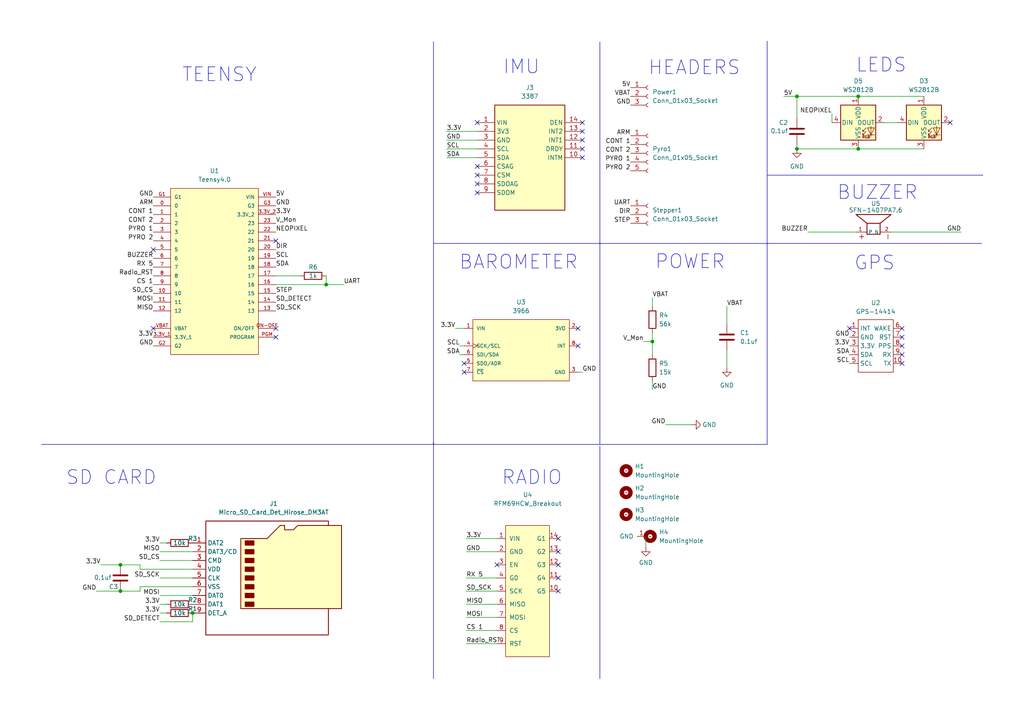
<source format=kicad_sch>
(kicad_sch (version 20230121) (generator eeschema)
  (paper "A4")
  (lib_symbols
    (symbol "3387:3387"
      (property "Reference" "J3" (at 15.24 7.62 0))
      (property "Value" "3387" (at 15.24 5.08 0))
      (symbol "3387_1_1"
        (rectangle (start 5.08 2.54) (end 25.4 -27.94) (stroke (width 0.254)) (fill (type background)))
        (pin passive line (at 0 -2.54 0) (length 5.08) (name "VIN") (number "1"))
        (pin passive line (at 30.48 -12.7 180) (length 5.08) (name "INTM") (number "10"))
        (pin passive line (at 30.48 -10.16 180) (length 5.08) (name "DRDY") (number "11"))
        (pin passive line (at 30.48 -7.62 180) (length 5.08) (name "INT1") (number "12"))
        (pin passive line (at 30.48 -5.08 180) (length 5.08) (name "INT2") (number "13"))
        (pin passive line (at 30.48 -2.54 180) (length 5.08) (name "DEN") (number "14"))
        (pin passive line (at 0 -5.08 0) (length 5.08) (name "3V3") (number "2"))
        (pin passive line (at 0 -7.62 0) (length 5.08) (name "GND") (number "3"))
        (pin passive line (at 0 -10.16 0) (length 5.08) (name "SCL") (number "4"))
        (pin passive line (at 0 -12.7 0) (length 5.08) (name "SDA") (number "5"))
        (pin passive line (at 0 -15.24 0) (length 5.08) (name "CSAG") (number "6"))
        (pin passive line (at 0 -17.78 0) (length 5.08) (name "CSM") (number "7"))
        (pin passive line (at 0 -20.32 0) (length 5.08) (name "SDOAG") (number "8"))
        (pin passive line (at 0 -22.86 0) (length 5.08) (name "SDOM") (number "9"))
      )
    )
    (symbol "BMP388:3966" (pin_names (offset 1.016))
      (property "Reference" "MD" (at 0 5.08 0))
      (property "Value" "3966" (at 0 7.62 0))
      (symbol "3966_1_1"
        (rectangle (start 5.08 2.54) (end 33.02 -15.24) (fill (type background)))
        (pin power_in line (at 2.54 0 0) (length 2.54) (name "VIN") (number "1"))
        (pin power_in line (at 35.56 0 180) (length 2.54) (name "3VO") (number "2"))
        (pin power_in line (at 35.56 -12.7 180) (length 2.54) (name "GND") (number "3"))
        (pin input clock (at 2.54 -5.08 0) (length 2.54) (name "SCK/SCL") (number "4"))
        (pin bidirectional line (at 2.54 -10.16 0) (length 2.54) (name "SDO/ADR") (number "5"))
        (pin bidirectional line (at 2.54 -7.62 0) (length 2.54) (name "SDI/SDA") (number "6"))
        (pin input line (at 2.54 -12.7 0) (length 2.54) (name "~{CS}") (number "7"))
        (pin output line (at 35.56 -5.08 180) (length 2.54) (name "INT") (number "8"))
      )
    )
    (symbol "Connector:Conn_01x03_Socket" (pin_names (offset 1.016) hide)
      (property "Reference" "J" (at 0 5.08 0))
      (property "Value" "Conn_01x03_Socket" (at 0 -5.08 0))
      (symbol "Conn_01x03_Socket_1_1"
        (arc (start 0 -2.032) (mid -0.5058 -2.54) (end 0 -3.048) (stroke (width 0.1524)))
        (polyline (pts (xy -1.27 -2.54) (xy -0.508 -2.54)) (stroke (width 0.1524)))
        (polyline (pts (xy -1.27 0) (xy -0.508 0)) (stroke (width 0.1524)))
        (polyline (pts (xy -1.27 2.54) (xy -0.508 2.54)) (stroke (width 0.1524)))
        (arc (start 0 0.508) (mid -0.5058 0) (end 0 -0.508) (stroke (width 0.1524)))
        (arc (start 0 3.048) (mid -0.5058 2.54) (end 0 2.032) (stroke (width 0.1524)))
        (pin passive line (at -5.08 2.54 0) (length 3.81) (name "Pin_1") (number "1"))
        (pin passive line (at -5.08 0 0) (length 3.81) (name "Pin_2") (number "2"))
        (pin passive line (at -5.08 -2.54 0) (length 3.81) (name "Pin_3") (number "3"))
      )
    )
    (symbol "Connector:Conn_01x05_Socket" (pin_names (offset 1.016) hide)
      (property "Reference" "J" (at 0 7.62 0))
      (property "Value" "Conn_01x05_Socket" (at 0 -7.62 0))
      (symbol "Conn_01x05_Socket_1_1"
        (arc (start 0 -4.572) (mid -0.5058 -5.08) (end 0 -5.588) (stroke (width 0.1524)))
        (arc (start 0 -2.032) (mid -0.5058 -2.54) (end 0 -3.048) (stroke (width 0.1524)))
        (polyline (pts (xy -1.27 -5.08) (xy -0.508 -5.08)) (stroke (width 0.1524)))
        (polyline (pts (xy -1.27 -2.54) (xy -0.508 -2.54)) (stroke (width 0.1524)))
        (polyline (pts (xy -1.27 0) (xy -0.508 0)) (stroke (width 0.1524)))
        (polyline (pts (xy -1.27 2.54) (xy -0.508 2.54)) (stroke (width 0.1524)))
        (polyline (pts (xy -1.27 5.08) (xy -0.508 5.08)) (stroke (width 0.1524)))
        (arc (start 0 0.508) (mid -0.5058 0) (end 0 -0.508) (stroke (width 0.1524)))
        (arc (start 0 3.048) (mid -0.5058 2.54) (end 0 2.032) (stroke (width 0.1524)))
        (arc (start 0 5.588) (mid -0.5058 5.08) (end 0 4.572) (stroke (width 0.1524)))
        (pin passive line (at -5.08 5.08 0) (length 3.81) (name "Pin_1") (number "1"))
        (pin passive line (at -5.08 2.54 0) (length 3.81) (name "Pin_2") (number "2"))
        (pin passive line (at -5.08 0 0) (length 3.81) (name "Pin_3") (number "3"))
        (pin passive line (at -5.08 -2.54 0) (length 3.81) (name "Pin_4") (number "4"))
        (pin passive line (at -5.08 -5.08 0) (length 3.81) (name "Pin_5") (number "5"))
      )
    )
    (symbol "Connector:Micro_SD_Card_Det_Hirose_DM3AT"
      (property "Reference" "J1" (at 0.635 21.59 0))
      (property "Value" "Micro_SD_Card_Det_Hirose_DM3AT" (at 0.635 19.05 0))
      (symbol "Micro_SD_Card_Det_Hirose_DM3AT_0_1"
        (rectangle (start -7.62 -6.985) (end -5.08 -8.255) (stroke (width 0.254)) (fill (type outline)))
        (rectangle (start -7.62 -4.445) (end -5.08 -5.715) (stroke (width 0.254)) (fill (type outline)))
        (rectangle (start -7.62 -1.905) (end -5.08 -3.175) (stroke (width 0.254)) (fill (type outline)))
        (rectangle (start -7.62 0.635) (end -5.08 -0.635) (stroke (width 0.254)) (fill (type outline)))
        (rectangle (start -7.62 3.175) (end -5.08 1.905) (stroke (width 0.254)) (fill (type outline)))
        (rectangle (start -7.62 5.715) (end -5.08 4.445) (stroke (width 0.254)) (fill (type outline)))
        (rectangle (start -7.62 8.255) (end -5.08 6.985) (stroke (width 0.254)) (fill (type outline)))
        (rectangle (start -7.62 10.795) (end -5.08 9.525) (stroke (width 0.254)) (fill (type outline)))
        (polyline (pts (xy 16.51 15.24) (xy 16.51 16.51) (xy -19.05 16.51) (xy -19.05 -16.51) (xy 16.51 -16.51) (xy 16.51 -8.89)) (stroke (width 0.254)))
        (polyline (pts (xy -8.89 -8.89) (xy -8.89 11.43) (xy -1.27 11.43) (xy 2.54 15.24) (xy 3.81 15.24) (xy 3.81 13.97) (xy 6.35 13.97) (xy 7.62 15.24) (xy 20.32 15.24) (xy 20.32 -8.89) (xy -8.89 -8.89)) (stroke (width 0.254)) (fill (type background)))
      )
      (symbol "Micro_SD_Card_Det_Hirose_DM3AT_1_1"
        (pin bidirectional line (at -22.86 10.16 0) (length 3.81) (name "DAT2") (number "1"))
        (pin bidirectional line (at -22.86 7.62 0) (length 3.81) (name "DAT3/CD") (number "2"))
        (pin input line (at -22.86 5.08 0) (length 3.81) (name "CMD") (number "3"))
        (pin power_in line (at -22.86 2.54 0) (length 3.81) (name "VDD") (number "4"))
        (pin input line (at -22.86 0 0) (length 3.81) (name "CLK") (number "5"))
        (pin power_in line (at -22.86 -2.54 0) (length 3.81) (name "VSS") (number "6"))
        (pin bidirectional line (at -22.86 -5.08 0) (length 3.81) (name "DAT0") (number "7"))
        (pin bidirectional line (at -22.86 -7.62 0) (length 3.81) (name "DAT1") (number "8"))
        (pin passive line (at -22.86 -10.16 0) (length 3.81) (name "DET_A") (number "9"))
      )
    )
    (symbol "DEV-15583:DEV-15583" (pin_names (offset 1.016))
      (property "Reference" "U1" (at 0 27.94 0))
      (property "Value" "Teensy4.0" (at 0 25.4 0))
      (symbol "DEV-15583_0_0"
        (rectangle (start -12.7 -25.4) (end 12.7 22.86) (stroke (width 0.1524)) (fill (type background)))
        (pin bidirectional line (at -17.78 17.78 0) (length 5.08) (name "0") (number "0"))
        (pin bidirectional line (at -17.78 15.24 0) (length 5.08) (name "1") (number "1"))
        (pin bidirectional line (at -17.78 -7.62 0) (length 5.08) (name "10") (number "10"))
        (pin bidirectional line (at -17.78 -10.16 0) (length 5.08) (name "11") (number "11"))
        (pin bidirectional line (at -17.78 -12.7 0) (length 5.08) (name "12") (number "12"))
        (pin bidirectional line (at 17.78 -12.7 180) (length 5.08) (name "13") (number "13"))
        (pin bidirectional line (at 17.78 -10.16 180) (length 5.08) (name "14") (number "14"))
        (pin bidirectional line (at 17.78 -7.62 180) (length 5.08) (name "15") (number "15"))
        (pin bidirectional line (at 17.78 -5.08 180) (length 5.08) (name "16") (number "16"))
        (pin bidirectional line (at 17.78 -2.54 180) (length 5.08) (name "17") (number "17"))
        (pin bidirectional line (at 17.78 0 180) (length 5.08) (name "18") (number "18"))
        (pin bidirectional line (at 17.78 2.54 180) (length 5.08) (name "19") (number "19"))
        (pin bidirectional line (at -17.78 12.7 0) (length 5.08) (name "2") (number "2"))
        (pin bidirectional line (at 17.78 5.08 180) (length 5.08) (name "20") (number "20"))
        (pin bidirectional line (at 17.78 7.62 180) (length 5.08) (name "21") (number "21"))
        (pin bidirectional line (at 17.78 10.16 180) (length 5.08) (name "22") (number "22"))
        (pin bidirectional line (at 17.78 12.7 180) (length 5.08) (name "23") (number "23"))
        (pin bidirectional line (at -17.78 10.16 0) (length 5.08) (name "3") (number "3"))
        (pin bidirectional line (at -17.78 7.62 0) (length 5.08) (name "4") (number "4"))
        (pin bidirectional line (at -17.78 5.08 0) (length 5.08) (name "5") (number "5"))
        (pin bidirectional line (at -17.78 2.54 0) (length 5.08) (name "6") (number "6"))
        (pin bidirectional line (at -17.78 0 0) (length 5.08) (name "7") (number "7"))
        (pin bidirectional line (at -17.78 -2.54 0) (length 5.08) (name "8") (number "8"))
        (pin bidirectional line (at -17.78 -5.08 0) (length 5.08) (name "9") (number "9"))
        (pin bidirectional line (at 17.78 -17.78 180) (length 5.08) (name "ON/OFF") (number "ON-OFF"))
        (pin bidirectional line (at 17.78 -20.32 180) (length 5.08) (name "PROGRAM") (number "PGM"))
      )
      (symbol "DEV-15583_1_0"
        (pin power_out line (at -17.78 -20.32 0) (length 5.08) (name "3.3V_1") (number "3.3V_1"))
        (pin power_out line (at 17.78 15.24 180) (length 5.08) (name "3.3V_2") (number "3.3V_2"))
        (pin power_out line (at -17.78 20.32 0) (length 5.08) (name "G1") (number "G1"))
        (pin power_out line (at -17.78 -22.86 0) (length 5.08) (name "G2") (number "G2"))
        (pin power_out line (at 17.78 17.78 180) (length 5.08) (name "G3") (number "G3"))
        (pin power_out line (at -17.78 -17.78 0) (length 5.08) (name "VBAT") (number "VBAT"))
        (pin power_out line (at 17.78 20.32 180) (length 5.08) (name "VIN") (number "VIN"))
      )
    )
    (symbol "Device:C" (pin_numbers hide) (pin_names (offset 0.254))
      (property "Reference" "C" (at 0.635 2.54 0))
      (property "Value" "C" (at 0.635 -2.54 0))
      (symbol "C_0_1"
        (polyline (pts (xy -2.032 -0.762) (xy 2.032 -0.762)) (stroke (width 0.508)))
        (polyline (pts (xy -2.032 0.762) (xy 2.032 0.762)) (stroke (width 0.508)))
      )
      (symbol "C_1_1"
        (pin passive line (at 0 3.81 270) (length 2.794) (name "~") (number "1"))
        (pin passive line (at 0 -3.81 90) (length 2.794) (name "~") (number "2"))
      )
    )
    (symbol "Device:R" (pin_numbers hide) (pin_names (offset 0))
      (property "Reference" "R" (at 2.032 0 90))
      (property "Value" "R" (at 0 0 90))
      (symbol "R_0_1"
        (rectangle (start -1.016 -2.54) (end 1.016 2.54) (stroke (width 0.254)))
      )
      (symbol "R_1_1"
        (pin passive line (at 0 3.81 270) (length 1.27) (name "~") (number "1"))
        (pin passive line (at 0 -3.81 90) (length 1.27) (name "~") (number "2"))
      )
    )
    (symbol "GND_1" (power) (pin_names (offset 0))
      (property "Value" "GND_1" (at 0 -3.81 0))
      (symbol "GND_1_0_1"
        (polyline (pts (xy 0 0) (xy 0 -1.27) (xy 1.27 -1.27) (xy 0 -2.54) (xy -1.27 -1.27) (xy 0 -1.27)))
      )
      (symbol "GND_1_1_1"
        (pin power_in line (at 0 0 270) (length 0) hide (name "GND") (number "1"))
      )
    )
    (symbol "GPS-14414_1"
      (property "Reference" "U" (at 0 6.35 0))
      (property "Value" "GPS-14414_1" (at 0 8.89 0))
      (symbol "GPS-14414_1_0_1"
        (rectangle (start -5.08 3.81) (end 5.08 -11.43))
      )
      (symbol "GPS-14414_1_1_1"
        (pin output line (at -7.62 1.27 0) (length 2.54) (name "INT") (number "1"))
        (pin output line (at 7.62 -8.89 180) (length 2.54) (name "TX") (number "10"))
        (pin power_in line (at -7.62 -1.27 0) (length 2.54) (name "GND") (number "2"))
        (pin power_in line (at -7.62 -3.81 0) (length 2.54) (name "3.3V") (number "3"))
        (pin output line (at -7.62 -6.35 0) (length 2.54) (name "SDA") (number "4"))
        (pin output line (at -7.62 -8.89 0) (length 2.54) (name "SCL") (number "5"))
        (pin input line (at 7.62 1.27 180) (length 2.54) (name "WAKE") (number "6"))
        (pin input line (at 7.62 -1.27 180) (length 2.54) (name "RST") (number "7"))
        (pin output line (at 7.62 -3.81 180) (length 2.54) (name "PPS") (number "8"))
        (pin input line (at 7.62 -6.35 180) (length 2.54) (name "RX") (number "9"))
      )
    )
    (symbol "LED:WS2812B" (pin_names (offset 0.254))
      (property "Reference" "D" (at 5.08 5.715 0))
      (property "Value" "WS2812B" (at 1.27 -5.715 0))
      (symbol "WS2812B_0_0"
        (text "RGB" (at 2.286 -4.191 0) (effects (font (size 0.762 0.762))))
      )
      (symbol "WS2812B_0_1"
        (polyline (pts (xy 1.27 -3.556) (xy 1.778 -3.556)))
        (polyline (pts (xy 1.27 -2.54) (xy 1.778 -2.54)))
        (polyline (pts (xy 4.699 -3.556) (xy 2.667 -3.556)))
        (polyline (pts (xy 2.286 -2.54) (xy 1.27 -3.556) (xy 1.27 -3.048)))
        (polyline (pts (xy 2.286 -1.524) (xy 1.27 -2.54) (xy 1.27 -2.032)))
        (polyline (pts (xy 3.683 -1.016) (xy 3.683 -3.556) (xy 3.683 -4.064)))
        (polyline (pts (xy 4.699 -1.524) (xy 2.667 -1.524) (xy 3.683 -3.556) (xy 4.699 -1.524)))
        (rectangle (start 5.08 5.08) (end -5.08 -5.08) (stroke (width 0.254)) (fill (type background)))
      )
      (symbol "WS2812B_1_1"
        (pin power_in line (at 0 7.62 270) (length 2.54) (name "VDD") (number "1"))
        (pin output line (at 7.62 0 180) (length 2.54) (name "DOUT") (number "2"))
        (pin power_in line (at 0 -7.62 90) (length 2.54) (name "VSS") (number "3"))
        (pin input line (at -7.62 0 0) (length 2.54) (name "DIN") (number "4"))
      )
    )
    (symbol "Mechanical:MountingHole" (pin_names (offset 1.016))
      (property "Reference" "H" (at 0 5.08 0))
      (property "Value" "MountingHole" (at 0 3.175 0))
      (symbol "MountingHole_0_1"
        (circle (center 0 0) (radius 1.27) (stroke (width 1.27)))
      )
    )
    (symbol "MountingHole_1" (pin_names (offset 1.016))
      (property "Reference" "H4" (at 2.54 1.27 0))
      (property "Value" "MountingHole" (at 2.54 -1.27 0))
      (property "Datasheet" "~" (at 0 0 0))
      (symbol "MountingHole_1_0_1"
        (circle (center 0 0) (radius 1.27) (stroke (width 1.27)))
      )
      (symbol "MountingHole_1_1_1"
        (pin input line (at -1.27 0 180) (length 2.54) (name "GND") (number "1"))
      )
    )
    (symbol "SMT-0827-S-HT-R:SMT-0827-S-HT-R" (pin_names (offset 1.016))
      (property "Reference" "U5" (at 5.715 -0.635 90))
      (property "Value" "SFN-1407PA7.6" (at 3.81 -0.635 90))
      (symbol "SMT-0827-S-HT-R_0_0"
        (polyline (pts (xy -3.175 -1.905) (xy -2.54 -1.905)) (stroke (width 0.254)))
        (polyline (pts (xy -3.175 1.905) (xy -3.175 -1.905)) (stroke (width 0.254)))
        (polyline (pts (xy -3.175 1.905) (xy -2.54 1.905)) (stroke (width 0.254)))
        (polyline (pts (xy -2.54 -2.54) (xy -2.54 -1.905)) (stroke (width 0.1524)))
        (polyline (pts (xy -2.54 -1.905) (xy 0 -1.905)) (stroke (width 0.254)))
        (polyline (pts (xy -2.54 1.905) (xy 0 1.905)) (stroke (width 0.254)))
        (polyline (pts (xy -2.54 2.54) (xy -2.54 1.905)) (stroke (width 0.1524)))
        (polyline (pts (xy 0 -1.905) (xy 0 1.905)) (stroke (width 0.254)))
        (polyline (pts (xy 0 -1.905) (xy 2.54 -5.08)) (stroke (width 0.254)))
        (polyline (pts (xy 0 1.905) (xy 2.54 5.08)) (stroke (width 0.254)))
        (polyline (pts (xy 2.54 -5.08) (xy 2.54 5.08)) (stroke (width 0.254)))
        (text "+" (at -5.08 2.54 0) (effects (font (size 1.778 1.778)) (justify left bottom)))
        (text "-" (at -5.08 -5.08 0) (effects (font (size 1.778 1.778)) (justify left bottom)))
      )
      (symbol "SMT-0827-S-HT-R_1_0"
        (pin passive line (at -2.54 5.08 270) (length 2.54) (name "P") (number "1"))
        (pin passive line (at -2.54 -5.08 90) (length 2.54) (name "N") (number "2"))
      )
    )
    (symbol "power:GND" (power) (pin_names (offset 0))
      (property "Value" "GND" (at 0 -3.81 0))
      (symbol "GND_0_1"
        (polyline (pts (xy 0 0) (xy 0 -1.27) (xy 1.27 -1.27) (xy 0 -2.54) (xy -1.27 -1.27) (xy 0 -1.27)))
      )
      (symbol "GND_1_1"
        (pin power_in line (at 0 0 270) (length 0) hide (name "GND") (number "1"))
      )
    )
    (symbol "sensors:RFM69HCW_Breakout" (pin_names (offset 1.016))
      (property "Reference" "U2" (at 0 27.94 0))
      (property "Value" "RFM69HCW_Breakout" (at 0 25.4 0))
      (symbol "RFM69HCW_Breakout_0_1"
        (rectangle (start -6.35 19.05) (end 6.35 -19.05) (fill (type background)))
      )
      (symbol "RFM69HCW_Breakout_1_1"
        (pin power_in line (at -8.89 15.24 0) (length 2.54) (name "VIN") (number "1"))
        (pin bidirectional line (at 8.89 0 180) (length 2.54) (name "G5") (number "10"))
        (pin bidirectional line (at 8.89 3.81 180) (length 2.54) (name "G4") (number "11"))
        (pin bidirectional line (at 8.89 7.62 180) (length 2.54) (name "G3") (number "12"))
        (pin bidirectional line (at 8.89 11.43 180) (length 2.54) (name "G2") (number "13"))
        (pin bidirectional line (at 8.89 15.24 180) (length 2.54) (name "G1") (number "14"))
        (pin power_in line (at -8.89 11.43 0) (length 2.54) (name "GND") (number "2"))
        (pin input line (at -8.89 7.62 0) (length 2.54) (name "EN") (number "3"))
        (pin output line (at -8.89 3.81 0) (length 2.54) (name "G0") (number "4"))
        (pin input line (at -8.89 0 0) (length 2.54) (name "SCK") (number "5"))
        (pin output line (at -8.89 -3.81 0) (length 2.54) (name "MISO") (number "6"))
        (pin input line (at -8.89 -7.62 0) (length 2.54) (name "MOSI") (number "7"))
        (pin input line (at -8.89 -11.43 0) (length 2.54) (name "CS") (number "8"))
        (pin input line (at -8.89 -15.24 0) (length 2.54) (name "RST") (number "9"))
      )
    )
  )
  (junction (at 248.92 43.18))
  (junction (at 231.14 27.94))
  (junction (at 34.925 163.83))
  (junction (at 34.925 171.45))
  (junction (at 248.92 27.94))
  (junction (at 94.615 82.55))
  (junction (at 55.88 177.8))
  (junction (at 189.23 99.06))
  (junction (at 231.14 43.18))
  (no_connect (at 261.62 100.33))
  (no_connect (at 168.91 38.1))
  (no_connect (at 144.145 163.83))
  (no_connect (at 161.925 167.64))
  (no_connect (at 275.59 35.56))
  (no_connect (at 261.62 105.41))
  (no_connect (at 44.45 95.25))
  (no_connect (at 246.38 95.25))
  (no_connect (at 161.925 156.21))
  (no_connect (at 80.01 69.85))
  (no_connect (at 161.925 160.02))
  (no_connect (at 167.64 95.25))
  (no_connect (at 167.64 100.33))
  (no_connect (at 134.62 105.41))
  (no_connect (at 134.62 107.95))
  (no_connect (at 80.01 95.25))
  (no_connect (at 80.01 97.79))
  (no_connect (at 168.91 43.18))
  (no_connect (at 44.45 72.39))
  (no_connect (at 161.925 171.45))
  (no_connect (at 168.91 40.64))
  (no_connect (at 168.91 45.72))
  (no_connect (at 138.43 48.26))
  (no_connect (at 261.62 95.25))
  (no_connect (at 161.925 163.83))
  (no_connect (at 168.91 35.56))
  (no_connect (at 138.43 55.88))
  (no_connect (at 138.43 53.34))
  (no_connect (at 261.62 97.79))
  (no_connect (at 138.43 35.56))
  (no_connect (at 261.62 102.87))
  (no_connect (at 138.43 50.8))
  (wire (pts (xy 135.255 175.26) (xy 144.145 175.26)))
  (wire (pts (xy 86.995 80.01) (xy 80.01 80.01)))
  (wire (pts (xy 210.82 101.6) (xy 210.82 106.68)))
  (wire (pts (xy 40.64 165.1) (xy 55.88 165.1)))
  (polyline (pts (xy 12.065 128.905) (xy 125.73 128.905)))
  (wire (pts (xy 94.615 82.55) (xy 94.615 80.01)))
  (wire (pts (xy 46.355 160.02) (xy 55.88 160.02)))
  (polyline (pts (xy 125.73 128.27) (xy 125.73 196.85)))
  (polyline (pts (xy 284.988 50.673) (xy 284.988 50.8)))
  (wire (pts (xy 133.35 100.33) (xy 134.62 100.33)))
  (wire (pts (xy 40.64 163.83) (xy 40.64 165.1)))
  (wire (pts (xy 135.255 160.02) (xy 144.145 160.02)))
  (wire (pts (xy 231.14 27.94) (xy 248.92 27.94)))
  (wire (pts (xy 193.04 123.19) (xy 200.66 123.19)))
  (wire (pts (xy 187.325 158.75) (xy 187.325 155.575)))
  (wire (pts (xy 189.23 99.06) (xy 186.69 99.06)))
  (wire (pts (xy 46.355 172.72) (xy 55.88 172.72)))
  (wire (pts (xy 231.14 41.91) (xy 231.14 43.18)))
  (wire (pts (xy 46.355 177.8) (xy 48.26 177.8)))
  (wire (pts (xy 129.54 43.18) (xy 138.43 43.18)))
  (wire (pts (xy 135.255 156.21) (xy 144.145 156.21)))
  (wire (pts (xy 80.01 82.55) (xy 94.615 82.55)))
  (wire (pts (xy 46.355 162.56) (xy 55.88 162.56)))
  (polyline (pts (xy 125.73 12.065) (xy 125.73 128.905)))
  (wire (pts (xy 231.14 27.94) (xy 231.14 34.29)))
  (polyline (pts (xy 173.99 70.612) (xy 222.504 70.612)))
  (wire (pts (xy 135.255 171.45) (xy 144.145 171.45)))
  (polyline (pts (xy 173.99 12.192) (xy 173.99 70.612)))
  (wire (pts (xy 227.33 27.94) (xy 231.14 27.94)))
  (wire (pts (xy 248.92 27.94) (xy 267.97 27.94)))
  (polyline (pts (xy 173.99 128.905) (xy 173.99 70.358)))
  (wire (pts (xy 234.315 67.31) (xy 248.285 67.31)))
  (wire (pts (xy 27.94 171.45) (xy 34.925 171.45)))
  (polyline (pts (xy 222.504 11.938) (xy 222.504 70.612)))
  (wire (pts (xy 135.255 167.64) (xy 144.145 167.64)))
  (wire (pts (xy 46.355 167.64) (xy 55.88 167.64)))
  (wire (pts (xy 135.255 182.88) (xy 144.145 182.88)))
  (wire (pts (xy 167.64 107.95) (xy 168.91 107.95)))
  (wire (pts (xy 40.64 170.18) (xy 55.88 170.18)))
  (wire (pts (xy 129.54 40.64) (xy 138.43 40.64)))
  (wire (pts (xy 189.23 96.52) (xy 189.23 99.06)))
  (polyline (pts (xy 125.73 70.612) (xy 173.99 70.612)))
  (wire (pts (xy 46.355 157.48) (xy 48.26 157.48)))
  (polyline (pts (xy 222.631 50.8) (xy 284.988 50.8)))
  (wire (pts (xy 231.14 43.18) (xy 248.92 43.18)))
  (polyline (pts (xy 222.504 70.612) (xy 284.734 70.612)))
  (wire (pts (xy 256.54 35.56) (xy 260.35 35.56)))
  (wire (pts (xy 34.925 163.83) (xy 40.64 163.83)))
  (wire (pts (xy 210.82 88.9) (xy 210.82 93.98)))
  (wire (pts (xy 132.08 95.25) (xy 134.62 95.25)))
  (wire (pts (xy 189.23 86.36) (xy 189.23 88.9)))
  (wire (pts (xy 133.35 102.87) (xy 134.62 102.87)))
  (wire (pts (xy 248.92 43.18) (xy 267.97 43.18)))
  (wire (pts (xy 189.23 99.06) (xy 189.23 102.87)))
  (wire (pts (xy 40.64 170.18) (xy 40.64 171.45)))
  (polyline (pts (xy 173.99 196.85) (xy 173.99 129.413)))
  (wire (pts (xy 94.615 82.55) (xy 99.695 82.55)))
  (wire (pts (xy 129.54 38.1) (xy 138.43 38.1)))
  (wire (pts (xy 55.88 180.34) (xy 55.88 177.8)))
  (wire (pts (xy 46.355 180.34) (xy 55.88 180.34)))
  (wire (pts (xy 46.355 175.26) (xy 48.26 175.26)))
  (wire (pts (xy 29.21 163.83) (xy 34.925 163.83)))
  (wire (pts (xy 258.445 67.31) (xy 278.765 67.31)))
  (wire (pts (xy 135.255 186.69) (xy 144.145 186.69)))
  (wire (pts (xy 129.54 45.72) (xy 138.43 45.72)))
  (wire (pts (xy 189.23 110.49) (xy 189.23 113.03)))
  (polyline (pts (xy 173.99 128.905) (xy 222.504 128.905)))
  (polyline (pts (xy 222.504 128.905) (xy 222.504 70.612)))
  (wire (pts (xy 241.3 33.02) (xy 241.3 35.56)))
  (wire (pts (xy 40.64 171.45) (xy 34.925 171.45)))
  (wire (pts (xy 135.255 179.07) (xy 144.145 179.07)))
  (polyline (pts (xy 125.73 128.905) (xy 173.99 128.905)))
  (text "BUZZER" (at 242.697 58.293 0) (effects (font (size 4 4)) (justify left bottom)))
  (text "TEENSY" (at 52.705 24.13 0) (effects (font (size 4 4)) (justify left bottom)))
  (text "HEADERS" (at 187.96 22.098 0) (effects (font (size 4 4)) (justify left bottom)))
  (text "SD CARD" (at 19.05 140.97 0) (effects (font (size 4 4)) (justify left bottom)))
  (text "POWER\n" (at 189.865 78.359 0) (effects (font (size 4 4)) (justify left bottom)))
  (text "LEDS" (at 248.158 21.336 0) (effects (font (size 4 4)) (justify left bottom)))
  (text "GPS\n" (at 247.65 78.74 0) (effects (font (size 4 4)) (justify left bottom)))
  (text "IMU" (at 145.796 21.844 0) (effects (font (size 4 4)) (justify left bottom)))
  (text "BAROMETER" (at 133.096 78.486 0) (effects (font (size 4 4)) (justify left bottom)))
  (text "RADIO\n" (at 145.415 140.97 0) (effects (font (size 4 4)) (justify left bottom)))
  (label "GND" (at 189.23 113.03 0))
  (label "SCL" (at 80.01 74.93 0))
  (label "UART" (at 182.88 59.69 180))
  (label "5V" (at 227.33 27.94 0))
  (label "VBAT" (at 189.23 86.36 0))
  (label "PYRO 2" (at 182.88 49.53 180))
  (label "SD_DETECT" (at 80.01 87.63 0))
  (label "ARM" (at 44.45 59.69 180))
  (label "3.3V" (at 46.355 175.26 180))
  (label "SD_CS" (at 46.355 162.56 180))
  (label "SD_SCK" (at 135.255 171.45 0))
  (label "V_Mon" (at 80.01 64.77 0))
  (label "3.3V" (at 29.21 163.83 180))
  (label "BUZZER" (at 234.315 67.31 180))
  (label "GND" (at 182.88 30.48 180))
  (label "3.3V" (at 246.38 100.33 180))
  (label "SDA" (at 246.38 102.87 180))
  (label "SD_CS" (at 44.45 85.09 180))
  (label "3.3V" (at 132.08 95.25 180))
  (label "SCL" (at 246.38 105.41 180))
  (label "STEP" (at 80.01 85.09 0))
  (label "SCL" (at 133.35 100.33 180))
  (label "DIR" (at 182.88 62.23 180))
  (label "CONT 2" (at 44.45 64.77 180))
  (label "MISO" (at 135.255 175.26 0))
  (label "3.3V" (at 44.45 97.79 180))
  (label "MOSI" (at 135.255 179.07 0))
  (label "MOSI" (at 46.355 172.72 180))
  (label "GND" (at 80.01 59.69 0))
  (label "DIR" (at 80.01 72.39 0))
  (label "CONT 2" (at 182.88 44.45 180))
  (label "SDA" (at 129.54 45.72 0))
  (label "SDA" (at 80.01 77.47 0))
  (label "NEOPIXEL" (at 241.3 33.02 180))
  (label "Radio_RST" (at 135.255 186.69 0))
  (label "SD_SCK" (at 80.01 90.17 0))
  (label "GND" (at 193.04 123.19 180))
  (label "SDA" (at 133.35 102.87 180))
  (label "SD_DETECT" (at 46.355 180.34 180))
  (label "3.3V" (at 46.355 177.8 180))
  (label "ARM" (at 182.88 39.37 180))
  (label "MISO" (at 46.355 160.02 180))
  (label "RX 5" (at 44.45 77.47 180))
  (label "PYRO 1" (at 44.45 67.31 180))
  (label "GND" (at 44.45 100.33 180))
  (label "Radio_RST" (at 44.45 80.01 180))
  (label "VBAT" (at 210.82 88.9 0))
  (label "CONT 1" (at 44.45 62.23 180))
  (label "3.3V" (at 129.54 38.1 0))
  (label "MISO" (at 44.45 90.17 180))
  (label "GND" (at 129.54 40.64 0))
  (label "GND" (at 246.38 97.79 180))
  (label "RX 5" (at 135.255 167.64 0))
  (label "SCL" (at 129.54 43.18 0))
  (label "GND" (at 278.765 67.31 180))
  (label "MOSI" (at 44.45 87.63 180))
  (label "GND" (at 168.91 107.95 0))
  (label "NEOPIXEL" (at 80.01 67.31 0))
  (label "PYRO 1" (at 182.88 46.99 180))
  (label "3.3V" (at 80.01 62.23 0))
  (label "CONT 1" (at 182.88 41.91 180))
  (label "5V" (at 80.01 57.15 0))
  (label "VBAT" (at 182.88 27.94 180))
  (label "3.3V" (at 46.355 157.48 180))
  (label "SD_SCK" (at 46.355 167.64 180))
  (label "GND" (at 135.255 160.02 0))
  (label "BUZZER" (at 44.45 74.93 180))
  (label "UART" (at 99.695 82.55 0))
  (label "GND" (at 44.45 57.15 180))
  (label "STEP" (at 182.88 64.77 180))
  (label "PYRO 2" (at 44.45 69.85 180))
  (label "CS 1" (at 44.45 82.55 180))
  (label "CS 1" (at 135.255 182.88 0))
  (label "3.3V" (at 135.255 156.21 0))
  (label "V_Mon" (at 186.69 99.06 180))
  (label "GND" (at 27.94 171.45 180))
  (label "5V" (at 182.88 25.4 180))
  (symbol (lib_id "Connector:Conn_01x03_Socket") (at 187.96 27.94 0) (unit 1)
    (property "Reference" "Power1" (at 189.23 26.67 0) (effects (justify left)))
    (property "Value" "Conn_01x03_Socket" (at 189.23 29.21 0) (effects (justify left)))
    (property "Footprint" "Connector_PinHeader_2.54mm:PinHeader_1x03_P2.54mm_Vertical" (effects hide))
  )
  (symbol (lib_id "LED:WS2812B") (at 248.92 35.56 0) (unit 1)
    (property "Reference" "D5" (at 248.92 23.495 0))
    (property "Value" "WS2812B" (at 248.92 26.035 0))
    (property "Footprint" "rocketry_footprints:WS2812B" (effects hide))
    (property "Datasheet" "https://cdn-shop.adafruit.com/datasheets/WS2812B.pdf" (effects hide))
  )
  (symbol (lib_id "SMT-0827-S-HT-R:SMT-0827-S-HT-R") (at 253.365 64.77 90) (unit 1)
    (property "Reference" "U5" (at 254 59.055 90))
    (property "Value" "SFN-1407PA7.6" (at 254 60.96 90))
    (property "Footprint" "rocketry_footprints:SFN-1407PA7.6" (effects hide))
    (property "STANDARD" "Manufacturer Recommendations" (effects hide))
    (property "MAXIMUM_PACKAGE_HEIGHT" "3.3mm" (effects hide))
    (property "MANUFACTURER" "PUI Audio" (effects hide))
    (property "PARTREV" "31/03/20" (effects hide))
  )
  (symbol (lib_name "MountingHole_1") (lib_id "Mechanical:MountingHole") (at 188.595 155.575 0) (unit 1)
    (property "Reference" "H4" (at 191.135 154.305 0) (effects (justify left)))
    (property "Value" "MountingHole" (at 191.135 156.845 0) (effects (justify left)))
    (property "Footprint" "MountingHole:MountingHole_3.2mm_M3_DIN965_Pad_TopBottom" (effects hide))
    (property "Datasheet" "~" (at 188.595 155.575 0))
  )
  (symbol (lib_id "DEV-15583:DEV-15583") (at 62.23 77.47 0) (unit 1)
    (property "Reference" "U1" (at 62.23 49.53 0))
    (property "Value" "Teensy4.0" (at 62.23 52.07 0))
    (property "Footprint" "rocketry_footprints:MODULE_DEV-15583" (effects hide))
    (property "MF" "SparkFun Electronics" (effects hide))
    (property "MAXIMUM_PACKAGE_HEIGHT" "5.87mm" (effects hide))
    (property "Package" "None" (effects hide))
    (property "Price" "None" (effects hide))
    (property "Check_prices" "https://www.snapeda.com/parts/DEV-15583/SparkFun+Electronics/view-part/?ref=eda" (effects hide))
    (property "STANDARD" "Manufacturer Recommendations" (effects hide))
    (property "SnapEDA_Link" "https://www.snapeda.com/parts/DEV-15583/SparkFun+Electronics/view-part/?ref=snap" (effects hide))
    (property "MP" "DEV-15583" (effects hide))
    (property "Purchase-URL" "https://www.snapeda.com/api/url_track_click_mouser/?unipart_id=4001229&manufacturer=SparkFun Electronics&part_name=DEV-15583&search_term=teensy 4.0" (effects hide))
    (property "Description" "\nRT1062 Teensy 4.0 series ARM® Cortex®-M7 MPU Embedded Evaluation Board\n" (effects hide))
    (property "Availability" "In Stock" (effects hide))
    (property "MANUFACTURER" "Sparkfun" (effects hide))
  )
  (symbol (lib_id "Mechanical:MountingHole") (at 181.61 149.225 0) (unit 1)
    (property "Reference" "H3" (at 184.15 147.955 0) (effects (justify left)))
    (property "Value" "MountingHole" (at 184.15 150.495 0) (effects (justify left)))
    (property "Footprint" "MountingHole:MountingHole_3.2mm_M3_DIN965_Pad_TopBottom" (effects hide))
    (property "Datasheet" "~" (at 181.61 149.225 0))
  )
  (symbol (lib_id "Device:R") (at 52.07 177.8 270) (unit 1)
    (property "Reference" "R1" (at 55.88 176.53 90))
    (property "Value" "10k" (at 52.07 177.8 90))
    (property "Footprint" "Resistor_SMD:R_0603_1608Metric_Pad0.98x0.95mm_HandSolder" (effects hide))
    (property "Vendor" "C25811" (effects hide))
  )
  (symbol (lib_id "Device:R") (at 52.07 175.26 270) (unit 1)
    (property "Reference" "R2" (at 55.88 173.99 90))
    (property "Value" "10k" (at 52.07 175.26 90))
    (property "Footprint" "Resistor_SMD:R_0603_1608Metric_Pad0.98x0.95mm_HandSolder" (effects hide))
    (property "Vendor" "C25811" (effects hide))
  )
  (symbol (lib_id "power:GND") (at 187.325 158.75 0) (unit 1)
    (property "Reference" "#PWR04" (effects hide))
    (property "Value" "GND" (at 187.325 163.195 0))
  )
  (symbol (lib_id "3387:3387") (at 138.43 33.02 0) (unit 1)
    (property "Reference" "J3" (at 153.67 25.4 0))
    (property "Value" "3387" (at 153.67 27.94 0))
    (property "Footprint" "rocketry_footprints:IMU MIni" (effects hide))
    (property "Datasheet" "https://www.arrow.com/en/products/3387/adafruit-industries" (effects hide))
    (property "Height" "3" (effects hide))
    (property "Arrow Part Number" "3387" (effects hide))
    (property "Arrow Price/Stock" "https://www.arrow.com/en/products/3387/adafruit-industries" (effects hide))
    (property "Manufacturer_Name" "Adafruit" (effects hide))
    (property "Manufacturer_Part_Number" "3387" (effects hide))
  )
  (symbol (lib_id "Connector:Conn_01x05_Socket") (at 187.96 44.45 0) (unit 1)
    (property "Reference" "Pyro1" (at 189.23 43.18 0) (effects (justify left)))
    (property "Value" "Conn_01x05_Socket" (at 189.23 45.72 0) (effects (justify left)))
    (property "Footprint" "Connector_PinHeader_2.54mm:PinHeader_1x05_P2.54mm_Vertical" (effects hide))
  )
  (symbol (lib_name "GND_1") (lib_id "power:GND") (at 231.14 43.18 0) (unit 1)
    (property "Reference" "#PWR02" (effects hide))
    (property "Value" "GND" (at 231.14 48.26 0))
  )
  (symbol (lib_id "Connector:Conn_01x03_Socket") (at 187.96 62.23 0) (unit 1)
    (property "Reference" "Stepper1" (at 189.23 60.96 0) (effects (justify left)))
    (property "Value" "Conn_01x03_Socket" (at 189.23 63.5 0) (effects (justify left)))
    (property "Footprint" "Connector_PinHeader_2.54mm:PinHeader_1x03_P2.54mm_Vertical" (effects hide))
  )
  (symbol (lib_id "Mechanical:MountingHole") (at 181.61 136.525 0) (unit 1)
    (property "Reference" "H1" (at 184.15 135.255 0) (effects (justify left)))
    (property "Value" "MountingHole" (at 184.15 137.795 0) (effects (justify left)))
    (property "Footprint" "MountingHole:MountingHole_3.2mm_M3_DIN965_Pad_TopBottom" (effects hide))
    (property "Datasheet" "~" (at 181.61 136.525 0))
  )
  (symbol (lib_id "Mechanical:MountingHole") (at 181.61 142.875 0) (unit 1)
    (property "Reference" "H2" (at 184.15 141.605 0) (effects (justify left)))
    (property "Value" "MountingHole" (at 184.15 144.145 0) (effects (justify left)))
    (property "Footprint" "MountingHole:MountingHole_3.2mm_M3_DIN965_Pad_TopBottom" (effects hide))
    (property "Datasheet" "~" (at 181.61 142.875 0))
  )
  (symbol (lib_id "Device:C") (at 231.14 38.1 180) (unit 1)
    (property "Reference" "C2" (at 228.6 35.56 0) (effects (justify left)))
    (property "Value" "0.1uf" (at 228.6 37.973 0) (effects (justify left)))
    (property "Footprint" "Capacitor_SMD:C_0603_1608Metric_Pad1.08x0.95mm_HandSolder" (effects hide))
    (property "Vendor" "C14663" (effects hide))
  )
  (symbol (lib_id "sensors:RFM69HCW_Breakout") (at 153.035 171.45 0) (unit 1)
    (property "Reference" "U4" (at 153.035 143.51 0))
    (property "Value" "RFM69HCW_Breakout" (at 153.035 146.05 0))
    (property "Footprint" "rocketry_footprints:RFM69HCW_Breakout" (effects hide))
  )
  (symbol (lib_id "Device:R") (at 189.23 92.71 0) (unit 1)
    (property "Reference" "R4" (at 191.135 91.4399 0) (effects (justify left)))
    (property "Value" "56k" (at 191.135 93.9799 0) (effects (justify left)))
    (property "Footprint" "Resistor_SMD:R_0603_1608Metric_Pad0.98x0.95mm_HandSolder" (effects hide))
    (property "Vendor" "C25811" (effects hide))
  )
  (symbol (lib_name "GND_1") (lib_id "power:GND") (at 200.66 123.19 90) (unit 1)
    (property "Reference" "#PWR03" (effects hide))
    (property "Value" "GND" (at 205.74 123.19 90))
  )
  (symbol (lib_id "BMP388:3966") (at 132.08 95.25 0) (unit 1)
    (property "Reference" "U3" (at 151.13 87.63 0))
    (property "Value" "3966" (at 151.13 90.17 0))
    (property "Footprint" "rocketry_footprints:Adafruit_Industries-3966-MFG" (effects hide))
    (property "Datasheet" "https://cdn-learn.adafruit.com/downloads/pdf/adafruit-bmp388-bmp390-bmp3xx.pdf?timestamp=1628517945" (effects hide))
    (property "automotive" "No" (effects hide))
    (property "category" "UNK" (effects hide))
    (property "device class L1" "Sensors" (effects hide))
    (property "device class L2" "Pressure Sensors" (effects hide))
    (property "device class L3" "unset" (effects hide))
    (property "digikey description" "BMP388 - PRECISION BAROMETRIC PR" (effects hide))
    (property "digikey part number" "1528-2733-ND" (effects hide))
    (property "lead free" "Yes" (effects hide))
    (property "library id" "4429725cd9347a7a" (effects hide))
    (property "manufacturer" "Adafruit Industries" (effects hide))
    (property "mouser part number" "485-3966" (effects hide))
    (property "package" "MODULE_25MM40_17MM78" (effects hide))
    (property "rohs" "Yes" (effects hide))
    (property "sensor output" "I2C,SPI" (effects hide))
  )
  (symbol (lib_name "GPS-14414_1") (lib_id "GPS:GPS-14414") (at 254 96.52 0) (unit 1)
    (property "Reference" "U2" (at 254 87.836 0))
    (property "Value" "GPS-14414" (at 254 90.376 0))
    (property "Footprint" "rocketry_footprints:GPS-14414" (effects hide))
  )
  (symbol (lib_id "Device:R") (at 189.23 106.68 0) (unit 1)
    (property "Reference" "R5" (at 191.135 105.41 0) (effects (justify left)))
    (property "Value" "15k" (at 191.135 107.95 0) (effects (justify left)))
    (property "Footprint" "Resistor_SMD:R_0603_1608Metric_Pad0.98x0.95mm_HandSolder" (effects hide))
    (property "Vendor" "C23024" (effects hide))
  )
  (symbol (lib_id "Connector:Micro_SD_Card_Det_Hirose_DM3AT") (at 78.74 167.64 0) (unit 1)
    (property "Reference" "J1" (at 79.375 146.05 0))
    (property "Value" "Micro_SD_Card_Det_Hirose_DM3AT" (at 79.375 148.59 0))
    (property "Footprint" "rocketry_footprints:HRS_DM3CS-SF" (effects hide))
    (property "Datasheet" "https://www.hirose.com/product/en/download_file/key_name/DM3/category/Catalog/doc_file_id/49662/?file_category_id=4&item_id=195&is_series=1" (effects hide))
  )
  (symbol (lib_id "Device:C") (at 34.925 167.64 180) (unit 1)
    (property "Reference" "C3" (at 34.29 170.18 0) (effects (justify left)))
    (property "Value" "0.1uf" (at 32.385 167.513 0) (effects (justify left)))
    (property "Footprint" "Capacitor_SMD:C_0603_1608Metric_Pad1.08x0.95mm_HandSolder" (effects hide))
    (property "Vendor" "C14663" (effects hide))
  )
  (symbol (lib_name "GND_1") (lib_id "power:GND") (at 210.82 106.68 0) (unit 1)
    (property "Reference" "#PWR01" (effects hide))
    (property "Value" "GND" (at 210.82 111.76 0))
  )
  (symbol (lib_id "Device:R") (at 52.07 157.48 90) (mirror x) (unit 1)
    (property "Reference" "R3" (at 55.88 156.21 90))
    (property "Value" "10k" (at 52.07 157.48 90))
    (property "Footprint" "Resistor_SMD:R_0603_1608Metric_Pad0.98x0.95mm_HandSolder" (effects hide))
    (property "Vendor" "C25811" (effects hide))
  )
  (symbol (lib_id "Device:R") (at 90.805 80.01 90) (unit 1)
    (property "Reference" "R6" (at 90.805 77.47 90))
    (property "Value" "1k" (at 90.805 80.01 90))
    (property "Footprint" "Resistor_SMD:R_0603_1608Metric_Pad0.98x0.95mm_HandSolder" (effects hide))
  )
  (symbol (lib_id "Device:C") (at 210.82 97.79 0) (unit 1)
    (property "Reference" "C1" (at 214.63 96.5199 0) (effects (justify left)))
    (property "Value" "0.1uf" (at 214.63 99.0599 0) (effects (justify left)))
    (property "Footprint" "Capacitor_SMD:C_0603_1608Metric_Pad1.08x0.95mm_HandSolder" (effects hide))
    (property "Vendor" "C14663" (effects hide))
  )
  (symbol (lib_id "LED:WS2812B") (at 267.97 35.56 0) (unit 1)
    (property "Reference" "D3" (at 267.97 23.495 0))
    (property "Value" "WS2812B" (at 267.97 26.035 0))
    (property "Footprint" "rocketry_footprints:WS2812B" (effects hide))
    (property "Datasheet" "https://cdn-shop.adafruit.com/datasheets/WS2812B.pdf" (effects hide))
  )
)
</source>
